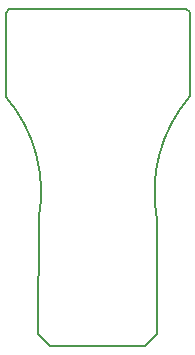
<source format=gbr>
%TF.GenerationSoftware,KiCad,Pcbnew,5.1.6-c6e7f7d~86~ubuntu18.04.1*%
%TF.CreationDate,2020-06-11T10:44:15+02:00*%
%TF.ProjectId,AVR_ISP_With_POGO_Pin,4156525f-4953-4505-9f57-6974685f504f,rev?*%
%TF.SameCoordinates,PX80efd00PY76109c0*%
%TF.FileFunction,Profile,NP*%
%FSLAX46Y46*%
G04 Gerber Fmt 4.6, Leading zero omitted, Abs format (unit mm)*
G04 Created by KiCad (PCBNEW 5.1.6-c6e7f7d~86~ubuntu18.04.1) date 2020-06-11 10:44:15*
%MOMM*%
%LPD*%
G01*
G04 APERTURE LIST*
%TA.AperFunction,Profile*%
%ADD10C,0.150000*%
%TD*%
G04 APERTURE END LIST*
D10*
X2780000Y1020000D02*
X3800000Y0D01*
X2802713Y10749714D02*
X2780000Y1020000D01*
X15600000Y28210000D02*
X15300000Y28500000D01*
X15602763Y21102606D02*
X15600000Y28210000D01*
X300000Y28500000D02*
X0Y28200000D01*
X15300000Y28500000D02*
X300000Y28500000D01*
X15602763Y21102605D02*
G75*
G03*
X12800000Y10800000I9447237J-8102605D01*
G01*
X2802713Y10749714D02*
G75*
G03*
X0Y21100000I-12202713J2250286D01*
G01*
X11800000Y0D02*
X12800000Y1000000D01*
X11800000Y0D02*
X3800000Y0D01*
X12800000Y10800000D02*
X12800000Y1000000D01*
X0Y21100000D02*
X0Y28200000D01*
M02*

</source>
